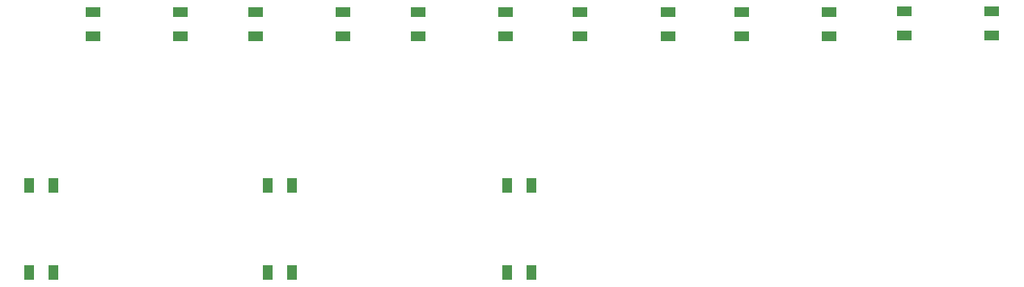
<source format=gtp>
G04*
G04 #@! TF.GenerationSoftware,Altium Limited,Altium Designer,22.10.1 (41)*
G04*
G04 Layer_Color=8421504*
%FSLAX44Y44*%
%MOMM*%
G71*
G04*
G04 #@! TF.SameCoordinates,C9FDC906-5936-4CD8-A4FC-E9511144A6E8*
G04*
G04*
G04 #@! TF.FilePolarity,Positive*
G04*
G01*
G75*
%ADD16R,1.6000X1.0000*%
%ADD17R,1.0000X1.6000*%
D16*
X154250Y587700D02*
D03*
X245750Y562300D02*
D03*
X154250D02*
D03*
X245750Y587700D02*
D03*
X324250D02*
D03*
X415750Y562300D02*
D03*
X324250D02*
D03*
X415750Y587700D02*
D03*
X585750D02*
D03*
X494250Y562300D02*
D03*
X585750D02*
D03*
X494250Y587700D02*
D03*
X664250D02*
D03*
X755750Y562300D02*
D03*
X664250D02*
D03*
X755750Y587700D02*
D03*
X1003550Y588700D02*
D03*
X1095050Y563300D02*
D03*
X1003550D02*
D03*
X1095050Y588700D02*
D03*
X833514Y587800D02*
D03*
X925014Y562400D02*
D03*
X833514D02*
D03*
X925014Y587800D02*
D03*
D17*
X587300Y405750D02*
D03*
X612700D02*
D03*
X587300Y314250D02*
D03*
X612700D02*
D03*
X87300D02*
D03*
X112700Y405750D02*
D03*
Y314250D02*
D03*
X87300Y405750D02*
D03*
X362700Y314250D02*
D03*
X337300D02*
D03*
X362700Y405750D02*
D03*
X337300D02*
D03*
M02*

</source>
